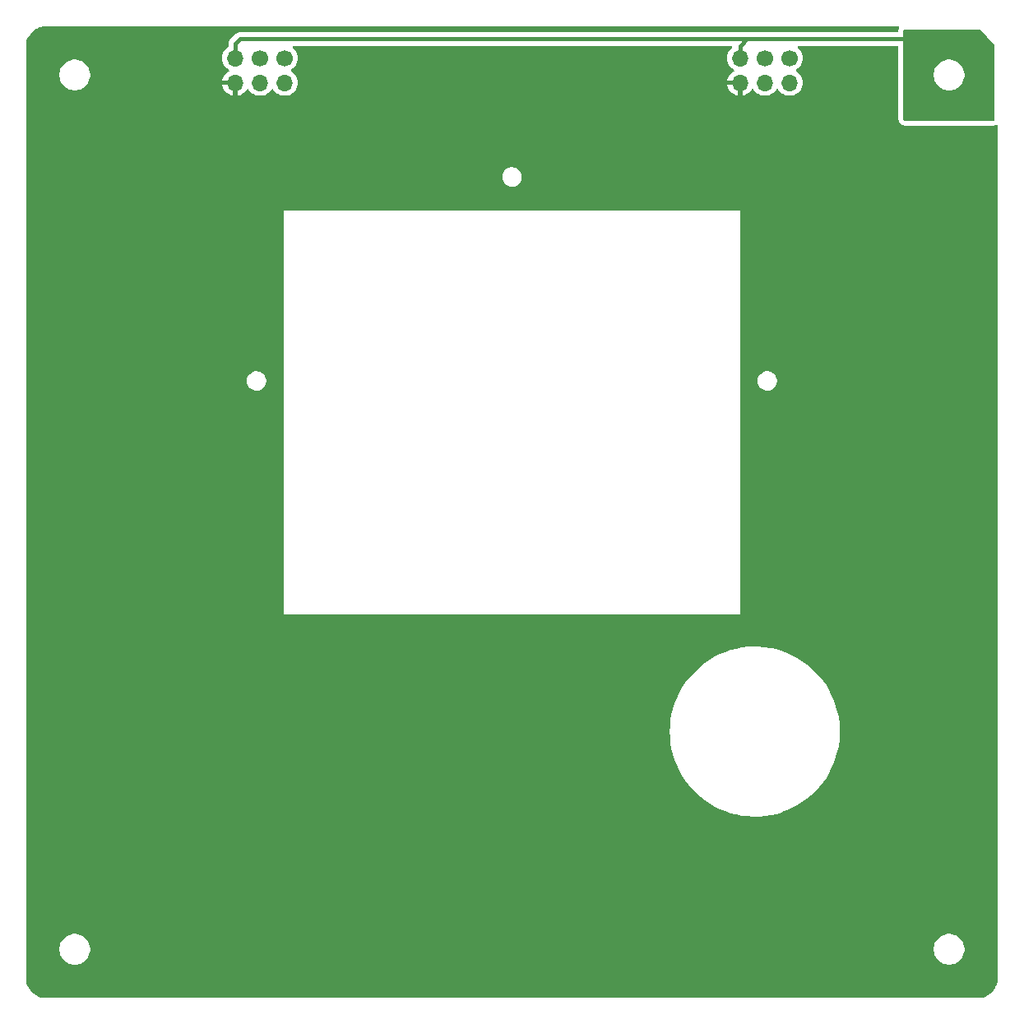
<source format=gbr>
%TF.GenerationSoftware,KiCad,Pcbnew,8.0.3*%
%TF.CreationDate,2024-06-20T00:16:02-06:00*%
%TF.ProjectId,dc32-front,64633332-2d66-4726-9f6e-742e6b696361,1.0*%
%TF.SameCoordinates,PX7bb10a0PY836a940*%
%TF.FileFunction,Copper,L2,Bot*%
%TF.FilePolarity,Positive*%
%FSLAX46Y46*%
G04 Gerber Fmt 4.6, Leading zero omitted, Abs format (unit mm)*
G04 Created by KiCad (PCBNEW 8.0.3) date 2024-06-20 00:16:02*
%MOMM*%
%LPD*%
G01*
G04 APERTURE LIST*
%TA.AperFunction,ComponentPad*%
%ADD10O,1.700000X1.700000*%
%TD*%
%TA.AperFunction,ComponentPad*%
%ADD11C,1.700000*%
%TD*%
%TA.AperFunction,Conductor*%
%ADD12C,0.381000*%
%TD*%
G04 APERTURE END LIST*
D10*
%TO.P,X1,1,VCC*%
%TO.N,+3V3*%
X21520000Y96740000D03*
%TO.P,X1,2,GND*%
%TO.N,GND*%
X21520000Y94200000D03*
D11*
%TO.P,X1,3,SDA*%
%TO.N,unconnected-(X1-SDA-Pad3)*%
X24060000Y96740000D03*
D10*
%TO.P,X1,4,SCL*%
%TO.N,unconnected-(X1-SCL-Pad4)*%
X24060000Y94200000D03*
D11*
%TO.P,X1,5,GPIO1*%
%TO.N,unconnected-(X1-GPIO1-Pad5)*%
X26600000Y96740000D03*
D10*
%TO.P,X1,6,GPIO2*%
%TO.N,unconnected-(X1-GPIO2-Pad6)*%
X26600000Y94200000D03*
%TD*%
%TO.P,X2,1,VCC*%
%TO.N,+3V3*%
X73500000Y96740000D03*
%TO.P,X2,2,GND*%
%TO.N,GND*%
X73500000Y94200000D03*
D11*
%TO.P,X2,3,SDA*%
%TO.N,unconnected-(X2-SDA-Pad3)*%
X76040000Y96740000D03*
D10*
%TO.P,X2,4,SCL*%
%TO.N,unconnected-(X2-SCL-Pad4)*%
X76040000Y94200000D03*
D11*
%TO.P,X2,5,GPIO1*%
%TO.N,unconnected-(X2-GPIO1-Pad5)*%
X78580000Y96740000D03*
D10*
%TO.P,X2,6,GPIO2*%
%TO.N,unconnected-(X2-GPIO2-Pad6)*%
X78580000Y94200000D03*
%TD*%
D12*
%TO.N,+3V3*%
X73500000Y96740000D02*
X73500000Y98000000D01*
X21520000Y97780000D02*
X21520000Y96740000D01*
X21500000Y97800000D02*
X21520000Y97780000D01*
X74200000Y98700000D02*
X22000000Y98700000D01*
X74200000Y98700000D02*
X87900000Y98700000D01*
X87900000Y98700000D02*
X91900000Y98700000D01*
X73500000Y98000000D02*
X74200000Y98700000D01*
X21500000Y98200000D02*
X21500000Y97800000D01*
X22000000Y98700000D02*
X21500000Y98200000D01*
%TD*%
%TA.AperFunction,Conductor*%
%TO.N,+3V3*%
G36*
X98211082Y99680315D02*
G01*
X98237023Y99658041D01*
X99668980Y98035156D01*
X99698574Y97971864D01*
X99700000Y97953115D01*
X99700000Y90424000D01*
X99680315Y90356961D01*
X99627511Y90311206D01*
X99576000Y90300000D01*
X90424000Y90300000D01*
X90356961Y90319685D01*
X90311206Y90372489D01*
X90300000Y90424000D01*
X90300000Y95125980D01*
X93399349Y95125980D01*
X93399349Y94874021D01*
X93438761Y94625184D01*
X93438762Y94625180D01*
X93516619Y94385563D01*
X93631001Y94161076D01*
X93779092Y93957246D01*
X93957246Y93779092D01*
X94161076Y93631001D01*
X94385563Y93516619D01*
X94625180Y93438762D01*
X94718497Y93423983D01*
X94874021Y93399349D01*
X95125974Y93399349D01*
X95125979Y93399349D01*
X95264221Y93421246D01*
X95374820Y93438762D01*
X95614437Y93516619D01*
X95838924Y93631001D01*
X96042754Y93779092D01*
X96220908Y93957246D01*
X96368999Y94161076D01*
X96483381Y94385563D01*
X96561238Y94625180D01*
X96600651Y94874026D01*
X96603122Y95000000D01*
X96600651Y95125974D01*
X96561238Y95374820D01*
X96483381Y95614437D01*
X96368999Y95838924D01*
X96220908Y96042754D01*
X96042754Y96220908D01*
X95838924Y96368999D01*
X95614437Y96483381D01*
X95374820Y96561238D01*
X95374818Y96561239D01*
X95374816Y96561239D01*
X95125979Y96600651D01*
X95125974Y96600651D01*
X94874026Y96600651D01*
X94874021Y96600651D01*
X94625183Y96561239D01*
X94385560Y96483380D01*
X94161075Y96368999D01*
X93957243Y96220906D01*
X93779094Y96042757D01*
X93631001Y95838925D01*
X93516620Y95614440D01*
X93438761Y95374817D01*
X93399349Y95125980D01*
X90300000Y95125980D01*
X90300000Y99576000D01*
X90319685Y99643039D01*
X90372489Y99688794D01*
X90424000Y99700000D01*
X98144043Y99700000D01*
X98211082Y99680315D01*
G37*
%TD.AperFunction*%
%TD*%
%TA.AperFunction,Conductor*%
%TO.N,GND*%
G36*
X89806731Y99980315D02*
G01*
X89852486Y99927511D01*
X89862430Y99858353D01*
X89852486Y99824487D01*
X89834663Y99785463D01*
X89814976Y99718418D01*
X89794500Y99575999D01*
X89794500Y99515000D01*
X89774815Y99447961D01*
X89722011Y99402206D01*
X89670500Y99391000D01*
X21931940Y99391000D01*
X21798448Y99364447D01*
X21798438Y99364444D01*
X21672695Y99312360D01*
X21672682Y99312353D01*
X21559514Y99236736D01*
X21559510Y99236733D01*
X20963266Y98640490D01*
X20953826Y98626362D01*
X20944469Y98612356D01*
X20915958Y98569688D01*
X20887642Y98527309D01*
X20835556Y98401562D01*
X20835553Y98401552D01*
X20809000Y98268061D01*
X20809000Y97955360D01*
X20789315Y97888321D01*
X20756124Y97853785D01*
X20648599Y97778495D01*
X20648597Y97778494D01*
X20481505Y97611403D01*
X20345965Y97417831D01*
X20345964Y97417829D01*
X20246098Y97203665D01*
X20246094Y97203656D01*
X20184938Y96975414D01*
X20184936Y96975404D01*
X20164341Y96740001D01*
X20164341Y96740000D01*
X20184936Y96504597D01*
X20184938Y96504587D01*
X20246094Y96276345D01*
X20246096Y96276341D01*
X20246097Y96276337D01*
X20250000Y96267968D01*
X20345965Y96062170D01*
X20345967Y96062166D01*
X20433851Y95936656D01*
X20481505Y95868599D01*
X20648599Y95701505D01*
X20830713Y95573987D01*
X20834594Y95571270D01*
X20878219Y95516693D01*
X20885413Y95447195D01*
X20853890Y95384840D01*
X20834595Y95368120D01*
X20648922Y95238110D01*
X20648920Y95238109D01*
X20481891Y95071080D01*
X20481886Y95071074D01*
X20346400Y94877580D01*
X20346399Y94877578D01*
X20246570Y94663493D01*
X20246567Y94663487D01*
X20189364Y94450001D01*
X20189364Y94450000D01*
X21086988Y94450000D01*
X21054075Y94392993D01*
X21020000Y94265826D01*
X21020000Y94134174D01*
X21054075Y94007007D01*
X21086988Y93950000D01*
X20189364Y93950000D01*
X20246567Y93736514D01*
X20246570Y93736508D01*
X20346399Y93522422D01*
X20481894Y93328918D01*
X20648917Y93161895D01*
X20842421Y93026400D01*
X21056507Y92926571D01*
X21056516Y92926567D01*
X21270000Y92869366D01*
X21270000Y93766988D01*
X21327007Y93734075D01*
X21454174Y93700000D01*
X21585826Y93700000D01*
X21712993Y93734075D01*
X21770000Y93766988D01*
X21770000Y92869367D01*
X21983483Y92926567D01*
X21983492Y92926571D01*
X22197578Y93026400D01*
X22391082Y93161895D01*
X22558105Y93328918D01*
X22688119Y93514595D01*
X22742696Y93558219D01*
X22812195Y93565412D01*
X22874549Y93533890D01*
X22891269Y93514595D01*
X23021505Y93328599D01*
X23188599Y93161505D01*
X23285384Y93093735D01*
X23382165Y93025968D01*
X23382167Y93025967D01*
X23382170Y93025965D01*
X23596337Y92926097D01*
X23824592Y92864937D01*
X24012918Y92848461D01*
X24059999Y92844341D01*
X24060000Y92844341D01*
X24060001Y92844341D01*
X24099234Y92847774D01*
X24295408Y92864937D01*
X24523663Y92926097D01*
X24737830Y93025965D01*
X24931401Y93161505D01*
X25098495Y93328599D01*
X25228425Y93514158D01*
X25283002Y93557783D01*
X25352500Y93564977D01*
X25414855Y93533454D01*
X25431575Y93514158D01*
X25561500Y93328605D01*
X25561505Y93328599D01*
X25728599Y93161505D01*
X25825384Y93093735D01*
X25922165Y93025968D01*
X25922167Y93025967D01*
X25922170Y93025965D01*
X26136337Y92926097D01*
X26364592Y92864937D01*
X26552918Y92848461D01*
X26599999Y92844341D01*
X26600000Y92844341D01*
X26600001Y92844341D01*
X26639234Y92847774D01*
X26835408Y92864937D01*
X27063663Y92926097D01*
X27277830Y93025965D01*
X27471401Y93161505D01*
X27638495Y93328599D01*
X27774035Y93522170D01*
X27873903Y93736337D01*
X27935063Y93964592D01*
X27955659Y94200000D01*
X27935063Y94435408D01*
X27873903Y94663663D01*
X27774035Y94877829D01*
X27768731Y94885405D01*
X27638494Y95071403D01*
X27471402Y95238494D01*
X27471396Y95238499D01*
X27285842Y95368425D01*
X27242217Y95423002D01*
X27235023Y95492500D01*
X27266546Y95554855D01*
X27285842Y95571575D01*
X27308026Y95587109D01*
X27471401Y95701505D01*
X27638495Y95868599D01*
X27774035Y96062170D01*
X27873903Y96276337D01*
X27935063Y96504592D01*
X27955659Y96740000D01*
X27935063Y96975408D01*
X27873903Y97203663D01*
X27774035Y97417829D01*
X27768425Y97425842D01*
X27638494Y97611403D01*
X27471402Y97778494D01*
X27471393Y97778502D01*
X27464360Y97783426D01*
X27420735Y97838003D01*
X27413543Y97907501D01*
X27445066Y97969856D01*
X27505296Y98005269D01*
X27535484Y98009000D01*
X72564516Y98009000D01*
X72631555Y97989315D01*
X72677310Y97936511D01*
X72687254Y97867353D01*
X72658229Y97803797D01*
X72635640Y97783426D01*
X72628606Y97778502D01*
X72628597Y97778494D01*
X72461505Y97611403D01*
X72325965Y97417831D01*
X72325964Y97417829D01*
X72226098Y97203665D01*
X72226094Y97203656D01*
X72164938Y96975414D01*
X72164936Y96975404D01*
X72144341Y96740001D01*
X72144341Y96740000D01*
X72164936Y96504597D01*
X72164938Y96504587D01*
X72226094Y96276345D01*
X72226096Y96276341D01*
X72226097Y96276337D01*
X72230000Y96267968D01*
X72325965Y96062170D01*
X72325967Y96062166D01*
X72413851Y95936656D01*
X72461505Y95868599D01*
X72628599Y95701505D01*
X72810713Y95573987D01*
X72814594Y95571270D01*
X72858219Y95516693D01*
X72865413Y95447195D01*
X72833890Y95384840D01*
X72814595Y95368120D01*
X72628922Y95238110D01*
X72628920Y95238109D01*
X72461891Y95071080D01*
X72461886Y95071074D01*
X72326400Y94877580D01*
X72326399Y94877578D01*
X72226570Y94663493D01*
X72226567Y94663487D01*
X72169364Y94450001D01*
X72169364Y94450000D01*
X73066988Y94450000D01*
X73034075Y94392993D01*
X73000000Y94265826D01*
X73000000Y94134174D01*
X73034075Y94007007D01*
X73066988Y93950000D01*
X72169364Y93950000D01*
X72226567Y93736514D01*
X72226570Y93736508D01*
X72326399Y93522422D01*
X72461894Y93328918D01*
X72628917Y93161895D01*
X72822421Y93026400D01*
X73036507Y92926571D01*
X73036516Y92926567D01*
X73250000Y92869366D01*
X73250000Y93766988D01*
X73307007Y93734075D01*
X73434174Y93700000D01*
X73565826Y93700000D01*
X73692993Y93734075D01*
X73750000Y93766988D01*
X73750000Y92869367D01*
X73963483Y92926567D01*
X73963492Y92926571D01*
X74177578Y93026400D01*
X74371082Y93161895D01*
X74538105Y93328918D01*
X74668119Y93514595D01*
X74722696Y93558219D01*
X74792195Y93565412D01*
X74854549Y93533890D01*
X74871269Y93514595D01*
X75001505Y93328599D01*
X75168599Y93161505D01*
X75265384Y93093735D01*
X75362165Y93025968D01*
X75362167Y93025967D01*
X75362170Y93025965D01*
X75576337Y92926097D01*
X75804592Y92864937D01*
X75992918Y92848461D01*
X76039999Y92844341D01*
X76040000Y92844341D01*
X76040001Y92844341D01*
X76079234Y92847774D01*
X76275408Y92864937D01*
X76503663Y92926097D01*
X76717830Y93025965D01*
X76911401Y93161505D01*
X77078495Y93328599D01*
X77208425Y93514158D01*
X77263002Y93557783D01*
X77332500Y93564977D01*
X77394855Y93533454D01*
X77411575Y93514158D01*
X77541500Y93328605D01*
X77541505Y93328599D01*
X77708599Y93161505D01*
X77805384Y93093735D01*
X77902165Y93025968D01*
X77902167Y93025967D01*
X77902170Y93025965D01*
X78116337Y92926097D01*
X78344592Y92864937D01*
X78532918Y92848461D01*
X78579999Y92844341D01*
X78580000Y92844341D01*
X78580001Y92844341D01*
X78619234Y92847774D01*
X78815408Y92864937D01*
X79043663Y92926097D01*
X79257830Y93025965D01*
X79451401Y93161505D01*
X79618495Y93328599D01*
X79754035Y93522170D01*
X79853903Y93736337D01*
X79915063Y93964592D01*
X79935659Y94200000D01*
X79915063Y94435408D01*
X79853903Y94663663D01*
X79754035Y94877829D01*
X79748731Y94885405D01*
X79618494Y95071403D01*
X79451402Y95238494D01*
X79451396Y95238499D01*
X79265842Y95368425D01*
X79222217Y95423002D01*
X79215023Y95492500D01*
X79246546Y95554855D01*
X79265842Y95571575D01*
X79288026Y95587109D01*
X79451401Y95701505D01*
X79618495Y95868599D01*
X79754035Y96062170D01*
X79853903Y96276337D01*
X79915063Y96504592D01*
X79935659Y96740000D01*
X79915063Y96975408D01*
X79853903Y97203663D01*
X79754035Y97417829D01*
X79748425Y97425842D01*
X79618494Y97611403D01*
X79451402Y97778494D01*
X79451393Y97778502D01*
X79444360Y97783426D01*
X79400735Y97838003D01*
X79393543Y97907501D01*
X79425066Y97969856D01*
X79485296Y98005269D01*
X79515484Y98009000D01*
X87831942Y98009000D01*
X89670500Y98009000D01*
X89737539Y97989315D01*
X89783294Y97936511D01*
X89794500Y97885000D01*
X89794500Y95086199D01*
X89794500Y90424000D01*
X89794501Y90423991D01*
X89806052Y90316550D01*
X89806054Y90316538D01*
X89817260Y90265028D01*
X89851383Y90162503D01*
X89851386Y90162497D01*
X89929171Y90041463D01*
X89929179Y90041452D01*
X89974923Y89988660D01*
X89974926Y89988657D01*
X89974930Y89988653D01*
X90083664Y89894433D01*
X90214541Y89834662D01*
X90281580Y89814977D01*
X90281584Y89814976D01*
X90424000Y89794500D01*
X90424003Y89794500D01*
X99575990Y89794500D01*
X99576000Y89794500D01*
X99683456Y89806053D01*
X99734967Y89817259D01*
X99836840Y89851167D01*
X99906665Y89853660D01*
X99966754Y89818008D01*
X99998030Y89755529D01*
X100000000Y89733512D01*
X100000000Y2001090D01*
X99999980Y1998878D01*
X99997590Y1864899D01*
X99996348Y1849464D01*
X99958051Y1583103D01*
X99954290Y1565815D01*
X99878791Y1308689D01*
X99872608Y1292113D01*
X99761284Y1048346D01*
X99752805Y1032817D01*
X99607922Y807376D01*
X99597320Y793213D01*
X99421827Y590683D01*
X99409317Y578173D01*
X99206787Y402680D01*
X99192624Y392078D01*
X98967183Y247195D01*
X98951654Y238716D01*
X98707887Y127392D01*
X98691311Y121209D01*
X98434185Y45710D01*
X98416897Y41949D01*
X98150536Y3652D01*
X98135101Y2410D01*
X98004818Y86D01*
X98001120Y20D01*
X97998910Y0D01*
X2001090Y0D01*
X1998879Y20D01*
X1995015Y89D01*
X1864898Y2410D01*
X1849463Y3652D01*
X1583102Y41949D01*
X1565814Y45710D01*
X1308688Y121209D01*
X1292112Y127392D01*
X1048345Y238716D01*
X1032821Y247192D01*
X807374Y392079D01*
X793212Y402680D01*
X590682Y578173D01*
X578172Y590683D01*
X402679Y793213D01*
X392077Y807376D01*
X247188Y1032827D01*
X238715Y1048346D01*
X127391Y1292113D01*
X121208Y1308689D01*
X45709Y1565815D01*
X41948Y1583103D01*
X3651Y1849464D01*
X2409Y1864891D01*
X20Y1998879D01*
X0Y2001090D01*
X0Y5125980D01*
X3399349Y5125980D01*
X3399349Y4874021D01*
X3438646Y4625910D01*
X3438762Y4625180D01*
X3516619Y4385563D01*
X3631001Y4161076D01*
X3779092Y3957246D01*
X3957246Y3779092D01*
X4161076Y3631001D01*
X4385563Y3516619D01*
X4625180Y3438762D01*
X4718497Y3423983D01*
X4874021Y3399349D01*
X5125974Y3399349D01*
X5125979Y3399349D01*
X5264221Y3421246D01*
X5374820Y3438762D01*
X5614437Y3516619D01*
X5838924Y3631001D01*
X6042754Y3779092D01*
X6220908Y3957246D01*
X6368999Y4161076D01*
X6483381Y4385563D01*
X6561238Y4625180D01*
X6600651Y4874026D01*
X6603122Y5000000D01*
X6600656Y5125735D01*
X93402466Y5125735D01*
X93402466Y4874266D01*
X93441801Y4625910D01*
X93519508Y4386756D01*
X93633668Y4162707D01*
X93781463Y3959283D01*
X93781467Y3959278D01*
X93959277Y3781468D01*
X93959282Y3781464D01*
X94136720Y3652549D01*
X94162710Y3633666D01*
X94305474Y3560924D01*
X94386755Y3519509D01*
X94386757Y3519509D01*
X94386760Y3519507D01*
X94514949Y3477856D01*
X94625909Y3441802D01*
X94874266Y3402466D01*
X95125729Y3402466D01*
X95125734Y3402466D01*
X95374090Y3441802D01*
X95613240Y3519507D01*
X95837290Y3633666D01*
X96040724Y3781469D01*
X96218531Y3959276D01*
X96366334Y4162710D01*
X96480493Y4386760D01*
X96558198Y4625910D01*
X96597534Y4874271D01*
X96600000Y5000000D01*
X96597534Y5125729D01*
X96558198Y5374090D01*
X96480493Y5613240D01*
X96480491Y5613243D01*
X96480491Y5613245D01*
X96439076Y5694526D01*
X96366334Y5837290D01*
X96347451Y5863280D01*
X96218536Y6040718D01*
X96218532Y6040723D01*
X96040722Y6218533D01*
X96040717Y6218537D01*
X95837293Y6366332D01*
X95837292Y6366333D01*
X95837290Y6366334D01*
X95767322Y6401985D01*
X95613244Y6480492D01*
X95374090Y6558199D01*
X95125734Y6597534D01*
X95125729Y6597534D01*
X94874271Y6597534D01*
X94874266Y6597534D01*
X94625909Y6558199D01*
X94386755Y6480492D01*
X94162706Y6366332D01*
X93959282Y6218537D01*
X93959277Y6218533D01*
X93781467Y6040723D01*
X93781463Y6040718D01*
X93633668Y5837294D01*
X93519508Y5613245D01*
X93441801Y5374091D01*
X93402466Y5125735D01*
X6600656Y5125735D01*
X6600651Y5125974D01*
X6561238Y5374820D01*
X6483381Y5614437D01*
X6368999Y5838924D01*
X6220908Y6042754D01*
X6042754Y6220908D01*
X5838924Y6368999D01*
X5614437Y6483381D01*
X5374820Y6561238D01*
X5374818Y6561239D01*
X5374816Y6561239D01*
X5125979Y6600651D01*
X5125974Y6600651D01*
X4874026Y6600651D01*
X4874021Y6600651D01*
X4625183Y6561239D01*
X4385560Y6483380D01*
X4161075Y6368999D01*
X3957243Y6220906D01*
X3779094Y6042757D01*
X3631001Y5838925D01*
X3516620Y5614440D01*
X3438761Y5374817D01*
X3399349Y5125980D01*
X0Y5125980D01*
X0Y27400009D01*
X66247503Y27400009D01*
X66247503Y27400000D01*
X66267468Y26809138D01*
X66267469Y26809124D01*
X66327284Y26220928D01*
X66327284Y26220922D01*
X66426665Y25638142D01*
X66426670Y25638118D01*
X66565165Y25063383D01*
X66742156Y24499272D01*
X66742158Y24499264D01*
X66956818Y23948416D01*
X66956831Y23948385D01*
X67208181Y23413301D01*
X67208184Y23413295D01*
X67208190Y23413283D01*
X67495109Y22896355D01*
X67495114Y22896346D01*
X67495120Y22896337D01*
X67816256Y22399996D01*
X67816264Y22399984D01*
X67816270Y22399976D01*
X68170207Y21926415D01*
X68170207Y21926414D01*
X68170209Y21926412D01*
X68555311Y21477821D01*
X68969819Y21056253D01*
X69411841Y20663629D01*
X69650698Y20478740D01*
X69879353Y20301748D01*
X69879369Y20301737D01*
X70370225Y19972255D01*
X70370239Y19972246D01*
X70370244Y19972243D01*
X70882252Y19676635D01*
X71413049Y19416267D01*
X71960212Y19192327D01*
X71960219Y19192325D01*
X71960226Y19192322D01*
X72151847Y19128627D01*
X72521245Y19005836D01*
X73093587Y18857646D01*
X73674629Y18748433D01*
X74261718Y18678696D01*
X74852175Y18648751D01*
X75443307Y18658736D01*
X76032416Y18708606D01*
X76616814Y18798133D01*
X77193836Y18926907D01*
X77193840Y18926909D01*
X77193848Y18926910D01*
X77482671Y19012199D01*
X77760847Y19094343D01*
X77760853Y19094346D01*
X77760859Y19094347D01*
X78025416Y19192329D01*
X78315261Y19299676D01*
X78854549Y19541968D01*
X79376249Y19820115D01*
X79877981Y20132847D01*
X80357456Y20478737D01*
X80812486Y20856208D01*
X81240996Y21263536D01*
X81641029Y21698864D01*
X82010760Y22160205D01*
X82348503Y22645453D01*
X82652717Y23152396D01*
X82922012Y23678719D01*
X83155162Y24222022D01*
X83351101Y24779825D01*
X83508937Y25349583D01*
X83627948Y25928697D01*
X83707591Y26514525D01*
X83747504Y27104392D01*
X83750000Y27400000D01*
X83747504Y27695608D01*
X83707591Y28285475D01*
X83627948Y28871303D01*
X83508937Y29450417D01*
X83351101Y30020175D01*
X83155162Y30577978D01*
X82922012Y31121281D01*
X82922011Y31121284D01*
X82652723Y31647593D01*
X82652720Y31647598D01*
X82652717Y31647604D01*
X82348503Y32154547D01*
X82010760Y32639795D01*
X81641029Y33101136D01*
X81240996Y33536464D01*
X80812486Y33943792D01*
X80504582Y34199214D01*
X80357459Y34321261D01*
X80357456Y34321263D01*
X79877981Y34667153D01*
X79376249Y34979885D01*
X78854549Y35258032D01*
X78315261Y35500324D01*
X78315250Y35500329D01*
X78315246Y35500330D01*
X77760859Y35705654D01*
X77760852Y35705656D01*
X77193848Y35873091D01*
X77193839Y35873093D01*
X76765159Y35968761D01*
X76616814Y36001867D01*
X76616810Y36001868D01*
X76616804Y36001869D01*
X76032424Y36091393D01*
X76032420Y36091394D01*
X76032416Y36091394D01*
X75882803Y36104060D01*
X75443304Y36141265D01*
X74852185Y36151250D01*
X74261731Y36121305D01*
X74261704Y36121303D01*
X73674642Y36051569D01*
X73674632Y36051568D01*
X73674629Y36051567D01*
X73674621Y36051566D01*
X73674618Y36051565D01*
X73093588Y35942355D01*
X72521243Y35794164D01*
X71960226Y35607679D01*
X71960208Y35607672D01*
X71413059Y35383738D01*
X71413049Y35383733D01*
X70882252Y35123365D01*
X70882249Y35123363D01*
X70882243Y35123360D01*
X70370254Y34827764D01*
X70370225Y34827746D01*
X69879369Y34498264D01*
X69879353Y34498253D01*
X69411839Y34136370D01*
X68969818Y33743747D01*
X68555323Y33322192D01*
X68555298Y33322165D01*
X68170207Y32873587D01*
X68170207Y32873586D01*
X67816281Y32400039D01*
X67816256Y32400005D01*
X67495120Y31903664D01*
X67495114Y31903655D01*
X67208181Y31386700D01*
X66956831Y30851616D01*
X66956818Y30851585D01*
X66742158Y30300737D01*
X66742156Y30300729D01*
X66565165Y29736618D01*
X66426670Y29161883D01*
X66426665Y29161859D01*
X66327284Y28579079D01*
X66327284Y28579073D01*
X66267469Y27990877D01*
X66267468Y27990863D01*
X66247503Y27400009D01*
X0Y27400009D01*
X0Y39500000D01*
X26500000Y39500000D01*
X73500000Y39500000D01*
X73500000Y63500000D01*
X75297422Y63500000D01*
X75317943Y63298181D01*
X75378669Y63104636D01*
X75378676Y63104621D01*
X75477118Y62927262D01*
X75477121Y62927257D01*
X75609255Y62773340D01*
X75609256Y62773338D01*
X75769668Y62649171D01*
X75769672Y62649168D01*
X75951799Y62559830D01*
X76148182Y62508983D01*
X76350780Y62498708D01*
X76551299Y62529427D01*
X76741530Y62599880D01*
X76913684Y62707185D01*
X77060715Y62846948D01*
X77176601Y63013447D01*
X77256600Y63199865D01*
X77297435Y63398571D01*
X77300000Y63500000D01*
X77297435Y63601429D01*
X77256600Y63800135D01*
X77176601Y63986553D01*
X77060715Y64153052D01*
X76913684Y64292815D01*
X76741530Y64400120D01*
X76633391Y64440170D01*
X76551300Y64470573D01*
X76551294Y64470574D01*
X76350781Y64501292D01*
X76350780Y64501292D01*
X76249481Y64496155D01*
X76148181Y64491017D01*
X75951798Y64440170D01*
X75769668Y64350830D01*
X75609256Y64226663D01*
X75609255Y64226661D01*
X75477121Y64072744D01*
X75477118Y64072739D01*
X75378676Y63895380D01*
X75378669Y63895365D01*
X75317943Y63701820D01*
X75297422Y63500000D01*
X73500000Y63500000D01*
X73500000Y81000000D01*
X26500000Y81000000D01*
X26500000Y39500000D01*
X0Y39500000D01*
X0Y63500000D01*
X22697422Y63500000D01*
X22717943Y63298181D01*
X22778669Y63104636D01*
X22778676Y63104621D01*
X22877118Y62927262D01*
X22877121Y62927257D01*
X23009255Y62773340D01*
X23009256Y62773338D01*
X23169668Y62649171D01*
X23169672Y62649168D01*
X23351799Y62559830D01*
X23548182Y62508983D01*
X23750780Y62498708D01*
X23951299Y62529427D01*
X24141530Y62599880D01*
X24313684Y62707185D01*
X24460715Y62846948D01*
X24576601Y63013447D01*
X24656600Y63199865D01*
X24697435Y63398571D01*
X24700000Y63500000D01*
X24697435Y63601429D01*
X24656600Y63800135D01*
X24576601Y63986553D01*
X24460715Y64153052D01*
X24313684Y64292815D01*
X24141530Y64400120D01*
X24033391Y64440170D01*
X23951300Y64470573D01*
X23951294Y64470574D01*
X23750781Y64501292D01*
X23750780Y64501292D01*
X23649481Y64496155D01*
X23548181Y64491017D01*
X23351798Y64440170D01*
X23169668Y64350830D01*
X23009256Y64226663D01*
X23009255Y64226661D01*
X22877121Y64072744D01*
X22877118Y64072739D01*
X22778676Y63895380D01*
X22778669Y63895365D01*
X22717943Y63701820D01*
X22697422Y63500000D01*
X0Y63500000D01*
X0Y84500000D01*
X48997422Y84500000D01*
X49017943Y84298181D01*
X49078669Y84104636D01*
X49078676Y84104621D01*
X49177118Y83927262D01*
X49177121Y83927257D01*
X49309255Y83773340D01*
X49309256Y83773338D01*
X49469668Y83649171D01*
X49469672Y83649168D01*
X49651799Y83559830D01*
X49848182Y83508983D01*
X50050780Y83498708D01*
X50251299Y83529427D01*
X50441530Y83599880D01*
X50613684Y83707185D01*
X50760715Y83846948D01*
X50876601Y84013447D01*
X50956600Y84199865D01*
X50997435Y84398571D01*
X51000000Y84500000D01*
X50997435Y84601429D01*
X50956600Y84800135D01*
X50876601Y84986553D01*
X50760715Y85153052D01*
X50613684Y85292815D01*
X50441530Y85400120D01*
X50333391Y85440170D01*
X50251300Y85470573D01*
X50251294Y85470574D01*
X50050781Y85501292D01*
X50050780Y85501292D01*
X49949481Y85496155D01*
X49848181Y85491017D01*
X49651798Y85440170D01*
X49469668Y85350830D01*
X49309256Y85226663D01*
X49309255Y85226661D01*
X49177121Y85072744D01*
X49177118Y85072739D01*
X49078676Y84895380D01*
X49078669Y84895365D01*
X49017943Y84701820D01*
X48997422Y84500000D01*
X0Y84500000D01*
X0Y95125735D01*
X3402466Y95125735D01*
X3402466Y94874266D01*
X3441801Y94625910D01*
X3519508Y94386756D01*
X3598015Y94232678D01*
X3614665Y94200001D01*
X3633668Y94162707D01*
X3781463Y93959283D01*
X3781467Y93959278D01*
X3959277Y93781468D01*
X3959282Y93781464D01*
X4021396Y93736336D01*
X4162710Y93633666D01*
X4296666Y93565412D01*
X4386755Y93519509D01*
X4386757Y93519509D01*
X4386760Y93519507D01*
X4514949Y93477856D01*
X4625909Y93441802D01*
X4874266Y93402466D01*
X5125729Y93402466D01*
X5125734Y93402466D01*
X5374090Y93441802D01*
X5613240Y93519507D01*
X5837290Y93633666D01*
X6040724Y93781469D01*
X6218531Y93959276D01*
X6366334Y94162710D01*
X6480493Y94386760D01*
X6558198Y94625910D01*
X6597534Y94874271D01*
X6600000Y95000000D01*
X6597534Y95125729D01*
X6558198Y95374090D01*
X6480493Y95613240D01*
X6480491Y95613243D01*
X6480491Y95613245D01*
X6435519Y95701507D01*
X6366334Y95837290D01*
X6343582Y95868605D01*
X6218536Y96040718D01*
X6218532Y96040723D01*
X6040722Y96218533D01*
X6040717Y96218537D01*
X5837293Y96366332D01*
X5837292Y96366333D01*
X5837290Y96366334D01*
X5767322Y96401985D01*
X5613244Y96480492D01*
X5374090Y96558199D01*
X5125734Y96597534D01*
X5125729Y96597534D01*
X4874271Y96597534D01*
X4874266Y96597534D01*
X4625909Y96558199D01*
X4386755Y96480492D01*
X4162706Y96366332D01*
X3959282Y96218537D01*
X3959277Y96218533D01*
X3781467Y96040723D01*
X3781463Y96040718D01*
X3633668Y95837294D01*
X3519508Y95613245D01*
X3441801Y95374091D01*
X3402466Y95125735D01*
X0Y95125735D01*
X0Y97998911D01*
X20Y98001122D01*
X110Y98006166D01*
X2409Y98135111D01*
X3650Y98150528D01*
X41948Y98416901D01*
X45709Y98434186D01*
X121210Y98691319D01*
X127391Y98707888D01*
X238720Y98951666D01*
X247185Y98967168D01*
X392084Y99192636D01*
X402670Y99206778D01*
X578177Y99409324D01*
X590676Y99421823D01*
X793222Y99597330D01*
X807364Y99607916D01*
X1032832Y99752815D01*
X1048334Y99761280D01*
X1292112Y99872610D01*
X1308681Y99878790D01*
X1565818Y99954293D01*
X1583099Y99958052D01*
X1849472Y99996350D01*
X1864889Y99997591D01*
X1998879Y99999980D01*
X2001090Y100000000D01*
X89739692Y100000000D01*
X89806731Y99980315D01*
G37*
%TD.AperFunction*%
%TD*%
M02*

</source>
